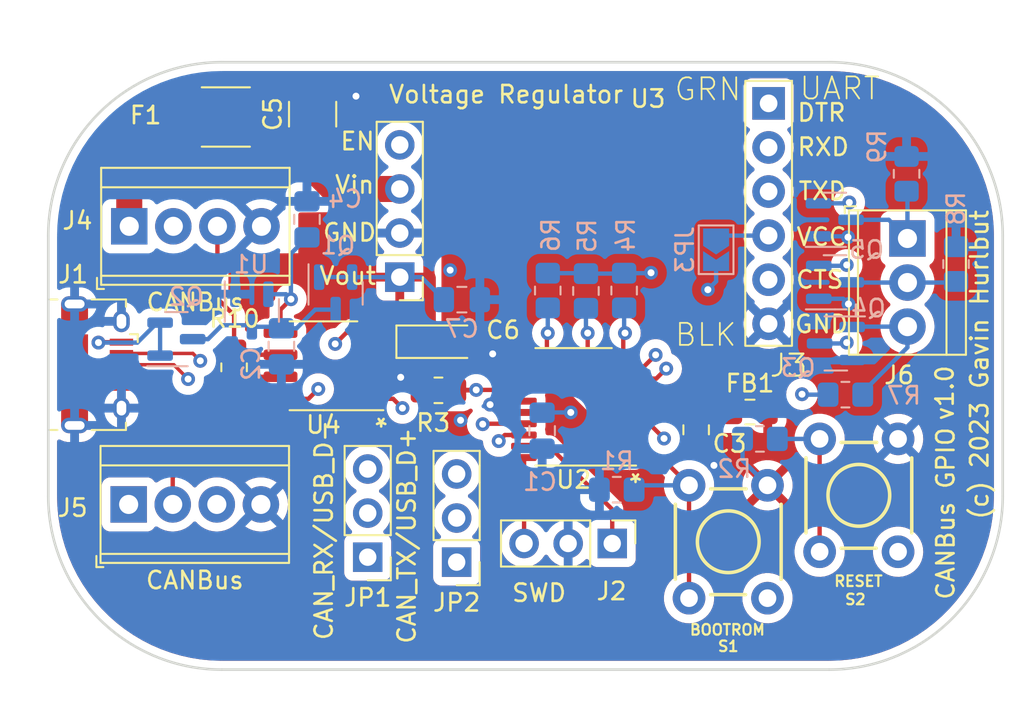
<source format=kicad_pcb>
(kicad_pcb (version 20211014) (generator pcbnew)
  (title_block (title "CANBus GPIO Sensor") (date "2023-02-28") (rev "1.0") (company "Gavin Hurlbut"))
  (layers (0 "F.Cu" signal) (1 "In1.Cu" signal) (2 "In2.Cu" signal) (31 "B.Cu" signal) (34 "B.Paste" user) (35 "F.Paste" user) (36 "B.SilkS" user "B.Silkscreen") (37 "F.SilkS" user "F.Silkscreen") (38 "B.Mask" user) (39 "F.Mask" user) (44 "Edge.Cuts" user))
  (net 0 "")
  (net 1 "GND")
  (net 2 "+3V3")
  (net 3 "+5VP")
  (net 4 "+12V")
  (net 5 "+5V")
  (net 6 "+BATT")
  (net 7 "VBUS")
  (net 8 "USB_D-")
  (net 9 "USB_D+")
  (net 12 "CANH")
  (net 13 "CANL")
  (net 14 "CAN_RX")
  (net 15 "Net-(JP1-Pad2)")
  (net 16 "CAN_TX")
  (net 17 "Net-(JP2-Pad2)")
  (net 18 "Net-(R1-Pad1)")
  (net 19 "START_RUN")
  (net 20 "CAN_STBY")
  (net 21 "SDA1")
  (net 22 "SCL1")
  (net 23 "TXD2")
  (net 24 "RXD2")
  (net 25 "IGNITION_SENSE")
  (net 26 "~{EMERGENCY_STOP}")
  (net 27 "EMERGENCY_STOP_3V")
  (net 28 "IGNITION_SENSE_3V")
  (net 29 "SWDIO")
  (net 30 "SWDCLK")
  (net 31 "~{RESET}")
  (net 32 "Net-(J3-Pad4)")
  (net 33 "START_RUN_3V")
  (net 36 "/VDDA")
  (footprint "Connector_PinHeader_2.54mm:PinHeader_1x03_P2.54mm_Vertical" (layer "F.Cu") (at 73.4 97.14 180)
    (fp_text reference "JP1" (at 0 -2.33) (layer "F.SilkS"))
    (fp_text value "CAN_RX/USB_D-" (at 2.525 1.565 90) (layer "F.SilkS"))
    (pad "1" thru_hole rect (at 0 0 180) (size 1.7 1.7) (drill 1) (layers *.Cu *.Mask) (net 14 "CAN_RX"))
    (pad "2" thru_hole oval (at 0 2.54 180) (size 1.7 1.7) (drill 1) (layers *.Cu *.Mask) (net 15 "Net-(JP1-Pad2)"))
    (pad "3" thru_hole oval (at 0 5.08 180) (size 1.7 1.7) (drill 1) (layers *.Cu *.Mask) (net 8 "USB_D-"))
  )
  (footprint "TerminalBlock_TE-Connectivity:TerminalBlock_TE_282834-4_1x04_P2.54mm_Horizontal" (layer "F.Cu") (at 59.625 94.1)
    (fp_text reference "J5" (at -3.225 0.2) (layer "F.SilkS"))
    (fp_text value "CANBus" (at 3.81 4.37) (layer "F.SilkS"))
    (pad "1" thru_hole rect (at 0 0) (size 2.1 2.1) (drill 1.1) (layers *.Cu *.Mask) (net 6 "+BATT"))
    (pad "2" thru_hole circle (at 2.54 0) (size 2.1 2.1) (drill 1.1) (layers *.Cu *.Mask) (net 12 "CANH"))
    (pad "3" thru_hole circle (at 5.08 0) (size 2.1 2.1) (drill 1.1) (layers *.Cu *.Mask) (net 13 "CANL"))
    (pad "4" thru_hole circle (at 7.62 0) (size 2.1 2.1) (drill 1.1) (layers *.Cu *.Mask) (net 1 "GND"))
  )
  (footprint "Connector_PinHeader_2.54mm:PinHeader_1x03_P2.54mm_Vertical" (layer "F.Cu") (at 87.49 96.35 -90)
    (fp_text reference "J2" (at 2.75 0.04 180) (layer "F.SilkS"))
    (fp_text value "SWD" (at 2.85 4.215 180) (layer "F.SilkS"))
    (pad "1" thru_hole rect (at 0 0 270) (size 1.7 1.7) (drill 1) (layers *.Cu *.Mask) (net 29 "SWDIO"))
    (pad "2" thru_hole oval (at 0 2.54 270) (size 1.7 1.7) (drill 1) (layers *.Cu *.Mask) (net 1 "GND"))
    (pad "3" thru_hole oval (at 0 5.08 270) (size 1.7 1.7) (drill 1) (layers *.Cu *.Mask) (net 30 "SWDCLK"))
  )
  (footprint "Resistor_SMD:R_0805_2012Metric_Pad1.20x1.40mm_HandSolder" (layer "F.Cu") (at 65.7 86.2 90)
    (fp_text reference "R10" (at 2.8 0.025 180) (layer "F.SilkS"))
    (fp_text value "120R")
    (pad "1" smd roundrect (at -1 0 90) (size 1.2 1.4) (layers "F.Cu" "F.Paste" "F.Mask") (roundrect_rratio 0.2083333333) (net 12 "CANH"))
    (pad "2" smd roundrect (at 1 0 90) (size 1.2 1.4) (layers "F.Cu" "F.Paste" "F.Mask") (roundrect_rratio 0.2083333333) (net 13 "CANL"))
  )
  (footprint "Capacitor_SMD:C_0805_2012Metric_Pad1.18x1.45mm_HandSolder" (layer "F.Cu") (at 92.325 89.8 -90)
    (fp_text reference "C3" (at 0.8 -1.925 180) (layer "F.SilkS"))
    (fp_text value "100nF")
    (pad "1" smd roundrect (at -1.0375 0 270) (size 1.175 1.45) (layers "F.Cu" "F.Paste" "F.Mask") (roundrect_rratio 0.2127659574) (net 36 "/VDDA"))
    (pad "2" smd roundrect (at 1.0375 0 270) (size 1.175 1.45) (layers "F.Cu" "F.Paste" "F.Mask") (roundrect_rratio 0.2127659574) (net 1 "GND"))
  )
  (footprint "SparkFun-Switches:TACTILE_SWITCH_PTH_6.0MM" (layer "F.Cu") (at 94.175 96.25 -90)
    (fp_text reference "S1" (at 6.025 0 180) (layer "F.SilkS") (effects (font (size 0.6096 0.6096) (thickness 0.127))))
    (fp_text value "BOOTROM" (at 5.075 0.05 180) (layer "F.SilkS") (effects (font (size 0.6096 0.6096) (thickness 0.127))))
    (pad "1" thru_hole circle locked (at -3.2512 -2.2606 270) (size 1.8796 1.8796) (drill 1.016) (layers *.Cu *.Mask) (net 2 "+3V3"))
    (pad "2" thru_hole circle locked (at 3.2512 -2.2606 270) (size 1.8796 1.8796) (drill 1.016) (layers *.Cu *.Mask))
    (pad "3" thru_hole circle locked (at -3.2512 2.2606 270) (size 1.8796 1.8796) (drill 1.016) (layers *.Cu *.Mask) (net 18 "Net-(R1-Pad1)"))
    (pad "4" thru_hole circle locked (at 3.2512 2.2606 270) (size 1.8796 1.8796) (drill 1.016) (layers *.Cu *.Mask))
  )
  (footprint "Resistor_SMD:R_0805_2012Metric_Pad1.20x1.40mm_HandSolder" (layer "F.Cu") (at 77.475 87.525)
    (fp_text reference "R3" (at -0.3 1.875 180) (layer "F.SilkS"))
    (fp_text value "100k")
    (pad "1" smd roundrect (at -1 0) (size 1.2 1.4) (layers "F.Cu" "F.Paste" "F.Mask") (roundrect_rratio 0.2083333333) (net 2 "+3V3"))
    (pad "2" smd roundrect (at 1 0) (size 1.2 1.4) (layers "F.Cu" "F.Paste" "F.Mask") (roundrect_rratio 0.2083333333) (net 20 "CAN_STBY"))
  )
  (footprint "Beirdo:FTDI-TARGET" (layer "F.Cu") (at 96.5 70.99 -90)
    (fp_text reference "J3" (at 15.11 -1.15) (layer "F.SilkS") (effects (font (size 1.27 1.27) (thickness 0.127))))
    (fp_text value "UART" (at -0.865 -4.1 180) (layer "F.SilkS") (effects (font (size 1.27 1.27) (thickness 0.1016))))
    (fp_text user "BLK" (at 13.335 3.625) (layer "F.SilkS") (effects (font (size 1.27 1.27) (thickness 0.1016))))
    (fp_text user "VCC" (at 7.6962 -3.048) (layer "F.SilkS"))
    (fp_text user "GND" (at 12.7254 -3.048) (layer "F.SilkS"))
    (fp_text user "DTR" (at 0.535 -3.05) (layer "F.SilkS"))
    (fp_text user "TXD" (at 5.0546 -3.0988) (layer "F.SilkS"))
    (fp_text user "GRN" (at -0.815 3.5) (layer "F.SilkS") (effects (font (size 1.27 1.27) (thickness 0.1016))))
    (fp_text user "RXD" (at 2.5146 -3.1496) (layer "F.SilkS"))
    (fp_text user "CTS" (at 10.16 -2.9464) (layer "F.SilkS"))
    (pad "1" thru_hole rect (at 0 0 270) (size 1.8796 1.8796) (drill 1.016) (layers *.Cu *.Paste *.Mask))
    (pad "2" thru_hole circle (at 2.54 0 270) (size 1.8796 1.8796) (drill 1.016) (layers *.Cu *.Paste *.Mask) (net 24 "RXD2"))
    (pad "3" thru_hole circle (at 5.08 0 270) (size 1.8796 1.8796) (drill 1.016) (layers *.Cu *.Paste *.Mask) (net 23 "TXD2"))
    (pad "4" thru_hole circle (at 7.62 0 270) (size 1.8796 1.8796) (drill 1.016) (layers *.Cu *.Paste *.Mask) (net 32 "Net-(J3-Pad4)"))
    (pad "5" thru_hole circle (at 10.16 0 270) (size 1.8796 1.8796) (drill 1.016) (layers *.Cu *.Paste *.Mask))
    (pad "6" thru_hole circle (at 12.7 0 270) (size 1.8796 1.8796) (drill 1.016) (layers *.Cu *.Paste *.Mask) (net 1 "GND"))
  )
  (footprint "Resistor_SMD:R_1812_4532Metric_Pad1.30x3.40mm_HandSolder" (layer "F.Cu") (at 65.225 71.775)
    (fp_text reference "F1" (at -4.625 -0.1) (layer "F.SilkS"))
    (fp_text value "3A Polyfuse")
    (pad "1" smd roundrect (at -2.225 0) (size 1.3 3.4) (layers "F.Cu" "F.Paste" "F.Mask") (roundrect_rratio 0.1923076923) (net 6 "+BATT"))
    (pad "2" smd roundrect (at 2.225 0) (size 1.3 3.4) (layers "F.Cu" "F.Paste" "F.Mask") (roundrect_rratio 0.1923076923) (net 4 "+12V"))
  )
  (footprint "Capacitor_Tantalum_SMD:CP_EIA-3216-10_Kemet-I_Pad1.58x1.35mm_HandSolder" (layer "F.Cu") (at 77.5375 84.725)
    (fp_text reference "C6" (at 3.6625 -0.675) (layer "F.SilkS"))
    (fp_text value "100uF Ta 6V")
    (pad "1" smd roundrect (at -1.4375 0) (size 1.575 1.35) (layers "F.Cu" "F.Paste" "F.Mask") (roundrect_rratio 0.1851851852) (net 5 "+5V"))
    (pad "2" smd roundrect (at 1.4375 0) (size 1.575 1.35) (layers "F.Cu" "F.Paste" "F.Mask") (roundrect_rratio 0.1851851852) (net 1 "GND"))
  )
  (footprint "TerminalBlock_TE-Connectivity:TerminalBlock_TE_282834-3_1x03_P2.54mm_Horizontal" (layer "F.Cu") (at 104.5 78.775 -90)
    (fp_text reference "J6" (at 7.875 0.475 180) (layer "F.SilkS"))
    (fp_text value "GPIO")
    (pad "1" thru_hole rect (at 0 0 270) (size 2.1 2.1) (drill 1.1) (layers *.Cu *.Mask) (net 19 "START_RUN"))
    (pad "2" thru_hole circle (at 2.54 0 270) (size 2.1 2.1) (drill 1.1) (layers *.Cu *.Mask) (net 25 "IGNITION_SENSE"))
    (pad "3" thru_hole circle (at 5.08 0 270) (size 2.1 2.1) (drill 1.1) (layers *.Cu *.Mask) (net 26 "~{EMERGENCY_STOP}"))
  )
  (footprint "TerminalBlock_TE-Connectivity:TerminalBlock_TE_282834-4_1x04_P2.54mm_Horizontal" (layer "F.Cu") (at 59.66 78.075)
    (fp_text reference "J4" (at -2.985 -0.325) (layer "F.SilkS"))
    (fp_text value "CANBus" (at 3.81 4.37) (layer "F.SilkS"))
    (pad "1" thru_hole rect (at 0 0) (size 2.1 2.1) (drill 1.1) (layers *.Cu *.Mask) (net 6 "+BATT"))
    (pad "2" thru_hole circle (at 2.54 0) (size 2.1 2.1) (drill 1.1) (layers *.Cu *.Mask) (net 12 "CANH"))
    (pad "3" thru_hole circle (at 5.08 0) (size 2.1 2.1) (drill 1.1) (layers *.Cu *.Mask) (net 13 "CANL"))
    (pad "4" thru_hole circle (at 7.62 0) (size 2.1 2.1) (drill 1.1) (layers *.Cu *.Mask) (net 1 "GND"))
  )
  (footprint "Capacitor_SMD:C_1210_3225Metric_Pad1.33x2.70mm_HandSolder" (layer "F.Cu") (at 70.225 71.6125 90)
    (fp_text reference "C5" (at 0 -2.3 90) (layer "F.SilkS"))
    (fp_text value "10uF 100V")
    (pad "1" smd roundrect (at -1.5625 0 90) (size 1.325 2.7) (layers "F.Cu" "F.Paste" "F.Mask") (roundrect_rratio 0.1886792453) (net 4 "+12V"))
    (pad "2" smd roundrect (at 1.5625 0 90) (size 1.325 2.7) (layers "F.Cu" "F.Paste" "F.Mask") (roundrect_rratio 0.1886792453) (net 1 "GND"))
  )
  (footprint "Package_SO:TSSOP-20_4.4x6.5mm_P0.65mm" (layer "F.Cu") (at 85.2625 88.475 180)
    (fp_text reference "U2" (at 0 -4.2) (layer "F.SilkS"))
    (fp_text value "STM32F042F6Px")
    (fp_text user "*" (at -3.57 -3.785 180 unlocked) (layer "F.SilkS"))
    (pad "1" smd roundrect (at -2.8625 -2.925 180) (size 1.475 0.4) (layers "F.Cu" "F.Paste" "F.Mask") (net 18 "Net-(R1-Pad1)"))
    (pad "2" smd roundrect (at -2.8625 -2.275 180) (size 1.475 0.4) (layers "F.Cu" "F.Paste" "F.Mask") (net 21 "SDA1"))
    (pad "3" smd roundrect (at -2.8625 -1.625 180) (size 1.475 0.4) (layers "F.Cu" "F.Paste" "F.Mask") (net 22 "SCL1"))
    (pad "4" smd roundrect (at -2.8625 -0.975 180) (size 1.475 0.4) (layers "F.Cu" "F.Paste" "F.Mask") (net 31 "~{RESET}"))
    (pad "5" smd roundrect (at -2.8625 -0.325 180) (size 1.475 0.4) (layers "F.Cu" "F.Paste" "F.Mask") (net 36 "/VDDA"))
    (pad "6" smd roundrect (at -2.8625 0.325 180) (size 1.475 0.4) (layers "F.Cu" "F.Paste" "F.Mask") (net 33 "START_RUN_3V"))
    (pad "7" smd roundrect (at -2.8625 0.975 180) (size 1.475 0.4) (layers "F.Cu" "F.Paste" "F.Mask") (net 28 "IGNITION_SENSE_3V"))
    (pad "8" smd roundrect (at -2.8625 1.625 180) (size 1.475 0.4) (layers "F.Cu" "F.Paste" "F.Mask") (net 23 "TXD2"))
    (pad "9" smd roundrect (at -2.8625 2.275 180) (size 1.475 0.4) (layers "F.Cu" "F.Paste" "F.Mask") (net 24 "RXD2"))
    (pad "10" smd roundrect (at -2.8625 2.925 180) (size 1.475 0.4) (layers "F.Cu" "F.Paste" "F.Mask") (net 27 "EMERGENCY_STOP_3V"))
    (pad "11" smd roundrect (at 2.8625 2.925 180) (size 1.475 0.4) (layers "F.Cu" "F.Paste" "F.Mask"))
    (pad "12" smd roundrect (at 2.8625 2.275 180) (size 1.475 0.4) (layers "F.Cu" "F.Paste" "F.Mask"))
    (pad "13" smd roundrect (at 2.8625 1.625 180) (size 1.475 0.4) (layers "F.Cu" "F.Paste" "F.Mask"))
    (pad "14" smd roundrect (at 2.8625 0.975 180) (size 1.475 0.4) (layers "F.Cu" "F.Paste" "F.Mask") (net 20 "CAN_STBY"))
    (pad "15" smd roundrect (at 2.8625 0.325 180) (size 1.475 0.4) (layers "F.Cu" "F.Paste" "F.Mask") (net 1 "GND"))
    (pad "16" smd roundrect (at 2.8625 -0.325 180) (size 1.475 0.4) (layers "F.Cu" "F.Paste" "F.Mask") (net 2 "+3V3"))
    (pad "17" smd roundrect (at 2.8625 -0.975 180) (size 1.475 0.4) (layers "F.Cu" "F.Paste" "F.Mask") (net 15 "Net-(JP1-Pad2)"))
    (pad "18" smd roundrect (at 2.8625 -1.625 180) (size 1.475 0.4) (layers "F.Cu" "F.Paste" "F.Mask") (net 17 "Net-(JP2-Pad2)"))
    (pad "19" smd roundrect (at 2.8625 -2.275 180) (size 1.475 0.4) (layers "F.Cu" "F.Paste" "F.Mask") (net 29 "SWDIO"))
    (pad "20" smd roundrect (at 2.8625 -2.925 180) (size 1.475 0.4) (layers "F.Cu" "F.Paste" "F.Mask") (net 30 "SWDCLK"))
  )
  (footprint "Beirdo:Switching_Regulator_Module" (layer "F.Cu") (at 75.275 81.1 180)
    (fp_text reference "U3" (at -14.275 10.375 unlocked) (layer "F.SilkS"))
    (fp_text value "Voltage Regulator" (at -6.1 10.625 180) (layer "F.SilkS"))
    (fp_text user "EN" (at 2.4638 7.9248 180) (layer "F.SilkS"))
    (fp_text user "GND" (at 2.921 2.667 180) (layer "F.SilkS"))
    (fp_text user "Vin" (at 2.6277 5.4224 180) (layer "F.SilkS"))
    (fp_text user "Vout" (at 3.0277 0.1724 180) (layer "F.SilkS"))
    (pad "1" thru_hole rect (at 0.0277 0.0974 180) (size 1.7 1.7) (drill 1) (layers *.Cu *.Mask) (net 5 "+5V"))
    (pad "2" thru_hole oval (at 0.0277 2.6374 180) (size 1.7 1.7) (drill 1) (layers *.Cu *.Mask) (net 1 "GND"))
    (pad "3" thru_hole oval (at 0.0277 5.1774 180) (size 1.7 1.7) (drill 1) (layers *.Cu *.Mask) (net 4 "+12V"))
    (pad "4" thru_hole oval (at 0.0277 7.7174 180) (size 1.7 1.7) (drill 1) (layers *.Cu *.Mask))
  )
  (footprint "SparkFun-Switches:TACTILE_SWITCH_PTH_6.0MM" (layer "F.Cu") (at 101.7 93.575 -90)
    (fp_text reference "S2" (at 6 0.2 180) (layer "F.SilkS") (effects (font (size 0.6096 0.6096) (thickness 0.127))))
    (fp_text value "RESET" (at 4.95 0.025 180) (layer "F.SilkS") (effects (font (size 0.6096 0.6096) (thickness 0.127))))
    (pad "1" thru_hole circle locked (at -3.2512 -2.2606 270) (size 1.8796 1.8796) (drill 1.016) (layers *.Cu *.Mask) (net 1 "GND"))
    (pad "2" thru_hole circle locked (at 3.2512 -2.2606 270) (size 1.8796 1.8796) (drill 1.016) (layers *.Cu *.Mask))
    (pad "3" thru_hole circle locked (at -3.2512 2.2606 270) (size 1.8796 1.8796) (drill 1.016) (layers *.Cu *.Mask) (net 31 "~{RESET}"))
    (pad "4" thru_hole circle locked (at 3.2512 2.2606 270) (size 1.8796 1.8796) (drill 1.016) (layers *.Cu *.Mask))
  )
  (footprint "Connector_USB:USB_Micro-B_Amphenol_10118194_Horizontal" (layer "F.Cu") (at 57.81 86.05 -90)
    (fp_text reference "J1" (at -5.2 1.385 180) (layer "F.SilkS"))
    (fp_text value "USB_B_Micro")
    (pad "1" smd rect (at -1.3 -1.4 270) (size 0.4 1.35) (layers "F.Cu" "F.Paste" "F.Mask") (net 7 "VBUS"))
    (pad "2" smd rect (at -0.65 -1.4 270) (size 0.4 1.35) (layers "F.Cu" "F.Paste" "F.Mask") (net 8 "USB_D-"))
    (pad "3" smd rect (at 0 -1.4 270) (size 0.4 1.35) (layers "F.Cu" "F.Paste" "F.Mask") (net 9 "USB_D+"))
    (pad "4" smd rect (at 0.65 -1.4 270) (size 0.4 1.35) (layers "F.Cu" "F.Paste" "F.Mask"))
    (pad "5" smd rect (at 1.3 -1.4 270) (size 0.4 1.35) (layers "F.Cu" "F.Paste" "F.Mask") (net 1 "GND"))
    (pad "6" smd rect (at 1 1.3 270) (size 1.5 1.55) (layers "F.Cu" "F.Paste" "F.Mask") (net 1 "GND"))
    (pad "6" smd rect (at -1 1.3 270) (size 1.5 1.55) (layers "F.Cu" "F.Paste" "F.Mask") (net 1 "GND"))
    (pad "6" smd rect (at 2.9 1.3 270) (size 1.2 1.55) (layers "F.Cu" "F.Paste" "F.Mask") (net 1 "GND"))
    (pad "6" thru_hole oval (at -2.5 -1.4 270) (size 1.25 0.95) (drill oval 0.85 0.55) (layers *.Cu *.Mask) (net 1 "GND"))
    (pad "6" thru_hole oval (at -3.5 1.3 270) (size 0.89 1.55) (drill oval 0.5 1.15) (layers *.Cu *.Mask) (net 1 "GND"))
    (pad "6" thru_hole oval (at 3.5 1.3 270) (size 0.89 1.55) (drill oval 0.5 1.15) (layers *.Cu *.Mask) (net 1 "GND"))
    (pad "6" smd rect (at -2.9 1.3 270) (size 1.2 1.55) (layers "F.Cu" "F.Paste" "F.Mask") (net 1 "GND"))
    (pad "6" thru_hole oval (at 2.5 -1.4 270) (size 1.25 0.95) (drill oval 0.85 0.55) (layers *.Cu *.Mask) (net 1 "GND"))
  )
  (footprint "Beirdo:Altoid-Board-Outline" (layer "F.Cu") (at 55.05 68.6)
    (fp_text reference "BOARD" hide)
    (fp_text value "Altoid-Board-Outline")
    (fp_line (start 9.941268 0.017468) (end 44.941268 0.017468) (layer "Edge.Cuts") (width 0.15))
    (fp_line (start 54.941268 10.017468) (end 54.941268 25.017468) (layer "Edge.Cuts") (width 0.15))
    (fp_line (start -0.058732 10.017468) (end -0.058732 25.017468) (layer "Edge.Cuts") (width 0.15))
    (fp_line (start 9.941268 35.017468) (end 44.941268 35.017468) (layer "Edge.Cuts") (width 0.15))
    (fp_arc (start 54.941268 25.017468) (mid 52.012336 32.088536) (end 44.941268 35.017468) (layer "Edge.Cuts") (width 0.15))
    (fp_arc (start 9.941268 35.017468) (mid 2.8702 32.088536) (end -0.058732 25.017468) (layer "Edge.Cuts") (width 0.15))
    (fp_arc (start 44.941268 0.017468) (mid 52.012334 2.9464) (end 54.941268 10.017468) (layer "Edge.Cuts") (width 0.15))
    (fp_arc (start -0.058732 10.017468) (mid 2.8702 2.9464) (end 9.941268 0.017468) (layer "Edge.Cuts") (width 0.15))
  )
  (footprint "Connector_PinHeader_2.54mm:PinHeader_1x03_P2.54mm_Vertical" (layer "F.Cu") (at 78.525 97.425 180)
    (fp_text reference "JP2" (at 0 -2.33) (layer "F.SilkS"))
    (fp_text value "CAN_TX/USB_D+" (at 2.875 1.525 90) (layer "F.SilkS"))
    (pad "1" thru_hole rect (at 0 0 180) (size 1.7 1.7) (drill 1) (layers *.Cu *.Mask) (net 16 "CAN_TX"))
    (pad "2" thru_hole oval (at 0 2.54 180) (size 1.7 1.7) (drill 1) (layers *.Cu *.Mask) (net 17 "Net-(JP2-Pad2)"))
    (pad "3" thru_hole oval (at 0 5.08 180) (size 1.7 1.7) (drill 1) (layers *.Cu *.Mask) (net 9 "USB_D+"))
  )
  (footprint "Inductor_SMD:L_0805_2012Metric_Pad1.15x1.40mm_HandSolder" (layer "F.Cu") (at 95.425 88.775)
    (fp_text reference "FB1" (at 0 -1.65) (layer "F.SilkS"))
    (fp_text value "Ferrite")
    (pad "1" smd roundrect (at -1.025 0) (size 1.15 1.4) (layers "F.Cu" "F.Paste" "F.Mask") (roundrect_rratio 0.2173913043) (net 36 "/VDDA"))
    (pad "2" smd roundrect (at 1.025 0) (size 1.15 1.4) (layers "F.Cu" "F.Paste" "F.Mask") (roundrect_rratio 0.2173913043) (net 2 "+3V3"))
  )
  (footprint "Package_SO:SOIC-8_3.9x4.9mm_P1.27mm" (layer "F.Cu") (at 70.85 86.11 180)
    (fp_text reference "U4" (at 0 -3.4) (layer "F.SilkS"))
    (fp_text value "MCP2562HD")
    (fp_text user "*" (at -3.325 -2.95 180 unlocked) (layer "F.SilkS"))
    (pad "1" smd roundrect (at -2.475 -1.905 180) (size 1.95 0.6) (layers "F.Cu" "F.Paste" "F.Mask") (net 16 "CAN_TX"))
    (pad "2" smd roundrect (at -2.475 -0.635 180) (size 1.95 0.6) (layers "F.Cu" "F.Paste" "F.Mask") (net 1 "GND"))
    (pad "3" smd roundrect (at -2.475 0.635 180) (size 1.95 0.6) (layers "F.Cu" "F.Paste" "F.Mask") (net 5 "+5V"))
    (pad "4" smd roundrect (at -2.475 1.905 180) (size 1.95 0.6) (layers "F.Cu" "F.Paste" "F.Mask") (net 14 "CAN_RX"))
    (pad "5" smd roundrect (at 2.475 1.905 180) (size 1.95 0.6) (layers "F.Cu" "F.Paste" "F.Mask") (net 2 "+3V3"))
    (pad "6" smd roundrect (at 2.475 0.635 180) (size 1.95 0.6) (layers "F.Cu" "F.Paste" "F.Mask") (net 13 "CANL"))
    (pad "7" smd roundrect (at 2.475 -0.635 180) (size 1.95 0.6) (layers "F.Cu" "F.Paste" "F.Mask") (net 12 "CANH"))
    (pad "8" smd roundrect (at 2.475 -1.905 180) (size 1.95 0.6) (layers "F.Cu" "F.Paste" "F.Mask") (net 20 "CAN_STBY"))
  )
  (footprint "Capacitor_SMD:C_0805_2012Metric_Pad1.18x1.45mm_HandSolder" (layer "B.Cu") (at 78.825 82.3)
    (fp_text reference "C7" (at 0 1.68) (layer "B.SilkS") (effects (justify mirror)))
    (fp_text value "10uF")
    (pad "1" smd roundrect (at -1.0375 0) (size 1.175 1.45) (layers "B.Cu" "B.Paste" "B.Mask") (roundrect_rratio 0.2127659574) (net 5 "+5V"))
    (pad "2" smd roundrect (at 1.0375 0) (size 1.175 1.45) (layers "B.Cu" "B.Paste" "B.Mask") (roundrect_rratio 0.2127659574) (net 1 "GND"))
  )
  (footprint "Package_TO_SOT_SMD:SOT-23" (layer "B.Cu") (at 66.725 82.925 -90)
    (fp_text reference "U1" (at -2.65 0.05 180) (layer "B.SilkS") (effects (justify mirror)))
    (fp_text value "MCP1754S-3302xCB")
    (pad "1" smd roundrect (at -0.9375 0.95 270) (size 1.475 0.6) (layers "B.Cu" "B.Paste" "B.Mask") (net 1 "GND"))
    (pad "2" smd roundrect (at -0.9375 -0.95 270) (size 1.475 0.6) (layers "B.Cu" "B.Paste" "B.Mask") (net 2 "+3V3"))
    (pad "3" smd roundrect (at 0.9375 0 270) (size 1.475 0.6) (layers "B.Cu" "B.Paste" "B.Mask") (net 3 "+5VP"))
  )
  (footprint "Resistor_SMD:R_0805_2012Metric_Pad1.20x1.40mm_HandSolder" (layer "B.Cu") (at 87.75 93.25 180)
    (fp_text reference "R1" (at 0 1.65) (layer "B.SilkS") (effects (justify mirror)))
    (fp_text value "10k")
    (pad "1" smd roundrect (at -1 0 180) (size 1.2 1.4) (layers "B.Cu" "B.Paste" "B.Mask") (roundrect_rratio 0.2083333333) (net 18 "Net-(R1-Pad1)"))
    (pad "2" smd roundrect (at 1 0 180) (size 1.2 1.4) (layers "B.Cu" "B.Paste" "B.Mask") (roundrect_rratio 0.2083333333) (net 1 "GND"))
  )
  (footprint "Capacitor_SMD:C_0805_2012Metric_Pad1.18x1.45mm_HandSolder" (layer "B.Cu") (at 83.45 89.85 90)
    (fp_text reference "C1" (at -2.95 -0.125 180) (layer "B.SilkS") (effects (justify mirror)))
    (fp_text value "100nF")
    (pad "1" smd roundrect (at -1.0375 0 90) (size 1.175 1.45) (layers "B.Cu" "B.Paste" "B.Mask") (roundrect_rratio 0.2127659574) (net 1 "GND"))
    (pad "2" smd roundrect (at 1.0375 0 90) (size 1.175 1.45) (layers "B.Cu" "B.Paste" "B.Mask") (roundrect_rratio 0.2127659574) (net 2 "+3V3"))
  )
  (footprint "Package_TO_SOT_SMD:SOT-23" (layer "B.Cu") (at 100.325 81.3)
    (fp_text reference "Q4" (at 1.925 1.5) (layer "B.SilkS") (effects (justify mirror)))
    (fp_text value "2N7002")
    (pad "1" smd roundrect (at -0.9375 0.95) (size 1.475 0.6) (layers "B.Cu" "B.Paste" "B.Mask") (net 2 "+3V3"))
    (pad "2" smd roundrect (at -0.9375 -0.95) (size 1.475 0.6) (layers "B.Cu" "B.Paste" "B.Mask") (net 28 "IGNITION_SENSE_3V"))
    (pad "3" smd roundrect (at 0.9375 0) (size 1.475 0.6) (layers "B.Cu" "B.Paste" "B.Mask") (net 25 "IGNITION_SENSE"))
  )
  (footprint "Capacitor_SMD:C_0805_2012Metric_Pad1.18x1.45mm_HandSolder" (layer "B.Cu") (at 69.9 77.675 90)
    (fp_text reference "C4" (at 1.175 2.2 180) (layer "B.SilkS") (effects (justify mirror)))
    (fp_text value "1uF")
    (pad "1" smd roundrect (at -1.0375 0 90) (size 1.175 1.45) (layers "B.Cu" "B.Paste" "B.Mask") (roundrect_rratio 0.2127659574) (net 2 "+3V3"))
    (pad "2" smd roundrect (at 1.0375 0 90) (size 1.175 1.45) (layers "B.Cu" "B.Paste" "B.Mask") (roundrect_rratio 0.2127659574) (net 1 "GND"))
  )
  (footprint "Resistor_SMD:R_0805_2012Metric_Pad1.20x1.40mm_HandSolder" (layer "B.Cu") (at 104.45 75.05 -90)
    (fp_text reference "R9" (at -1.575 1.7 90) (layer "B.SilkS") (effects (justify mirror)))
    (fp_text value "10k")
    (pad "1" smd roundrect (at -1 0 270) (size 1.2 1.4) (layers "B.Cu" "B.Paste" "B.Mask") (roundrect_rratio 0.2083333333) (net 1 "GND"))
    (pad "2" smd roundrect (at 1 0 270) (size 1.2 1.4) (layers "B.Cu" "B.Paste" "B.Mask") (roundrect_rratio 0.2083333333) (net 19 "START_RUN"))
  )
  (footprint "Resistor_SMD:R_0805_2012Metric_Pad1.20x1.40mm_HandSolder" (layer "B.Cu") (at 85.975 81.8 90)
    (fp_text reference "R5" (at 3.175 0.075 90) (layer "B.SilkS") (effects (justify mirror)))
    (fp_text value "10k")
    (pad "1" smd roundrect (at -1 0 90) (size 1.2 1.4) (layers "B.Cu" "B.Paste" "B.Mask") (roundrect_rratio 0.2083333333) (net 28 "IGNITION_SENSE_3V"))
    (pad "2" smd roundrect (at 1 0 90) (size 1.2 1.4) (layers "B.Cu" "B.Paste" "B.Mask") (roundrect_rratio 0.2083333333) (net 2 "+3V3"))
  )
  (footprint "Resistor_SMD:R_0805_2012Metric_Pad1.20x1.40mm_HandSolder" (layer "B.Cu") (at 107.3 80.25 -90)
    (fp_text reference "R8" (at -3.2 0 90) (layer "B.SilkS") (effects (justify mirror)))
    (fp_text value "10k")
    (pad "1" smd roundrect (at -1 0 270) (size 1.2 1.4) (layers "B.Cu" "B.Paste" "B.Mask") (roundrect_rratio 0.2083333333) (net 1 "GND"))
    (pad "2" smd roundrect (at 1 0 270) (size 1.2 1.4) (layers "B.Cu" "B.Paste" "B.Mask") (roundrect_rratio 0.2083333333) (net 25 "IGNITION_SENSE"))
  )
  (footprint "Capacitor_SMD:C_0805_2012Metric_Pad1.18x1.45mm_HandSolder" (layer "B.Cu") (at 68.425 84.9875 -90)
    (fp_text reference "C2" (at 1.0125 1.75 90) (layer "B.SilkS") (effects (justify mirror)))
    (fp_text value "1uF")
    (pad "1" smd roundrect (at -1.0375 0 270) (size 1.175 1.45) (layers "B.Cu" "B.Paste" "B.Mask") (roundrect_rratio 0.2127659574) (net 3 "+5VP"))
    (pad "2" smd roundrect (at 1.0375 0 270) (size 1.175 1.45) (layers "B.Cu" "B.Paste" "B.Mask") (roundrect_rratio 0.2127659574) (net 1 "GND"))
  )
  (footprint "Package_TO_SOT_SMD:SOT-23" (layer "B.Cu") (at 62.375 84.575)
    (fp_text reference "Q2" (at 0.575 -2.45) (layer "B.SilkS") (effects (justify mirror)))
    (fp_text value "2N7002")
    (pad "1" smd roundrect (at -0.9375 0.95) (size 1.475 0.6) (layers "B.Cu" "B.Paste" "B.Mask") (net 7 "VBUS"))
    (pad "2" smd roundrect (at -0.9375 -0.95) (size 1.475 0.6) (layers "B.Cu" "B.Paste" "B.Mask") (net 7 "VBUS"))
    (pad "3" smd roundrect (at 0.9375 0) (size 1.475 0.6) (layers "B.Cu" "B.Paste" "B.Mask") (net 3 "+5VP"))
  )
  (footprint "Resistor_SMD:R_0805_2012Metric_Pad1.20x1.40mm_HandSolder" (layer "B.Cu") (at 88.175 81.775 90)
    (fp_text reference "R4" (at 3.2 0.1 90) (layer "B.SilkS") (effects (justify mirror)))
    (fp_text value "10k")
    (pad "1" smd roundrect (at -1 0 90) (size 1.2 1.4) (layers "B.Cu" "B.Paste" "B.Mask") (roundrect_rratio 0.2083333333) (net 27 "EMERGENCY_STOP_3V"))
    (pad "2" smd roundrect (at 1 0 90) (size 1.2 1.4) (layers "B.Cu" "B.Paste" "B.Mask") (roundrect_rratio 0.2083333333) (net 2 "+3V3"))
  )
  (footprint "Package_TO_SOT_SMD:SOT-23" (layer "B.Cu") (at 100.3125 77.7)
    (fp_text reference "Q5" (at 1.8375 1.725) (layer "B.SilkS") (effects (justify mirror)))
    (fp_text value "2N7002")
    (pad "1" smd roundrect (at -0.9375 0.95) (size 1.475 0.6) (layers "B.Cu" "B.Paste" "B.Mask") (net 2 "+3V3"))
    (pad "2" smd roundrect (at -0.9375 -0.95) (size 1.475 0.6) (layers "B.Cu" "B.Paste" "B.Mask") (net 33 "START_RUN_3V"))
    (pad "3" smd roundrect (at 0.9375 0) (size 1.475 0.6) (layers "B.Cu" "B.Paste" "B.Mask") (net 19 "START_RUN"))
  )
  (footprint "Package_TO_SOT_SMD:SOT-23" (layer "B.Cu") (at 71.55 81.9375 -90)
    (fp_text reference "Q1" (at -2.7625 -0.125 180) (layer "B.SilkS") (effects (justify mirror)))
    (fp_text value "2N7002")
    (pad "1" smd roundrect (at -0.9375 0.95 270) (size 1.475 0.6) (layers "B.Cu" "B.Paste" "B.Mask") (net 5 "+5V"))
    (pad "2" smd roundrect (at -0.9375 -0.95 270) (size 1.475 0.6) (layers "B.Cu" "B.Paste" "B.Mask") (net 5 "+5V"))
    (pad "3" smd roundrect (at 0.9375 0 270) (size 1.475 0.6) (layers "B.Cu" "B.Paste" "B.Mask") (net 3 "+5VP"))
  )
  (footprint "Resistor_SMD:R_0805_2012Metric_Pad1.20x1.40mm_HandSolder" (layer "B.Cu") (at 83.775 81.775 90)
    (fp_text reference "R6" (at 3.2 0.175 90) (layer "B.SilkS") (effects (justify mirror)))
    (fp_text value "10k")
    (pad "1" smd roundrect (at -1 0 90) (size 1.2 1.4) (layers "B.Cu" "B.Paste" "B.Mask") (roundrect_rratio 0.2083333333) (net 33 "START_RUN_3V"))
    (pad "2" smd roundrect (at 1 0 90) (size 1.2 1.4) (layers "B.Cu" "B.Paste" "B.Mask") (roundrect_rratio 0.2083333333) (net 2 "+3V3"))
  )
  (footprint "Package_TO_SOT_SMD:SOT-23" (layer "B.Cu") (at 100.375 84.825 180)
    (fp_text reference "Q3" (at 2.175 -1.4) (layer "B.SilkS") (effects (justify mirror)))
    (fp_text value "2N7002")
    (pad "1" smd roundrect (at -0.9375 0.95 180) (size 1.475 0.6) (layers "B.Cu" "B.Paste" "B.Mask") (net 26 "~{EMERGENCY_STOP}"))
    (pad "2" smd roundrect (at -0.9375 -0.95 180) (size 1.475 0.6) (layers "B.Cu" "B.Paste" "B.Mask") (net 1 "GND"))
    (pad "3" smd roundrect (at 0.9375 0 180) (size 1.475 0.6) (layers "B.Cu" "B.Paste" "B.Mask") (net 27 "EMERGENCY_STOP_3V"))
  )
  (footprint "Jumper:SolderJumper-2_P1.3mm_Open_TrianglePad1.0x1.5mm" (layer "B.Cu") (at 93.475 79.425 -90)
    (fp_text reference "JP3" (at 0 1.8 90) (layer "B.SilkS") (effects (justify mirror)))
    (fp_text value "UART 3.3V")
    (pad "1" smd custom (at -0.725 0 270) (size 0.3 0.3) (layers "B.Cu" "B.Mask") (net 32 "Net-(J3-Pad4)") (options (clearance outline) (anchor rect)) (primitives (gr_poly (pts (xy 1 0) (xy 0.5 -0.75) (xy -0.5 -0.75) (xy -0.5 0.75) (xy 0.5 0.75)) (width 0) (fill yes))))
    (pad "2" smd custom (at 0.725 0 270) (size 0.3 0.3) (layers "B.Cu" "B.Mask") (net 2 "+3V3") (options (clearance outline) (anchor rect)) (primitives (gr_poly (pts (xy 0.5 -0.75) (xy -0.65 -0.75) (xy -0.15 0) (xy -0.65 0.75) (xy 0.5 0.75)) (width 0) (fill yes))))
  )
  (footprint "Resistor_SMD:R_0805_2012Metric_Pad1.20x1.40mm_HandSolder" (layer "B.Cu") (at 96 90.325)
    (fp_text reference "R2" (at -1.475 1.725) (layer "B.SilkS") (effects (justify mirror)))
    (fp_text value "10k")
    (pad "1" smd roundrect (at -1 0) (size 1.2 1.4) (layers "B.Cu" "B.Paste" "B.Mask") (roundrect_rratio 0.2083333333) (net 2 "+3V3"))
    (pad "2" smd roundrect (at 1 0) (size 1.2 1.4) (layers "B.Cu" "B.Paste" "B.Mask") (roundrect_rratio 0.2083333333) (net 31 "~{RESET}"))
  )
  (footprint "Resistor_SMD:R_0805_2012Metric_Pad1.20x1.40mm_HandSolder" (layer "B.Cu") (at 100.925 87.775 180)
    (fp_text reference "R7" (at -3.375 -0.05) (layer "B.SilkS") (effects (justify mirror)))
    (fp_text value "10k")
    (pad "1" smd roundrect (at -1 0 180) (size 1.2 1.4) (layers "B.Cu" "B.Paste" "B.Mask") (roundrect_rratio 0.2083333333) (net 26 "~{EMERGENCY_STOP}"))
    (pad "2" smd roundrect (at 1 0 180) (size 1.2 1.4) (layers "B.Cu" "B.Paste" "B.Mask") (roundrect_rratio 0.2083333333) (net 4 "+12V"))
  )
  (gr_text "CANBus GPIO" (at 106.7 94.625 90) (layer "F.SilkS") (effects (font (size 1 1))))
  (gr_text "v1.0" (at 106.65 87.675 90) (layer "F.SilkS") (effects (font (size 1 1))))
  (gr_text "(c) 2023 Gavin Hurlbut" (at 108.65 86.05 90) (layer "F.SilkS") (effects (font (size 1 1))))
  (segment (start 70.225 70.05) (end 72.2 70.05) (width 1.5) (layer "F.Cu") (net 1))
  (segment (start 75.3 86.775) (end 73.355 86.775) (width 0.25) (layer "F.Cu") (net 1))
  (segment (start 92.3375 90.8375) (end 93.35 91.85) (width 0.25) (layer "F.Cu") (net 1))
  (segment (start 72.2 70.05) (end 72.725 70.575) (width 1.5) (layer "F.Cu") (net 1))
  (segment (start 78.975 84.725) (end 80.175 84.725) (width 0.25) (layer "F.Cu") (net 1))
  (segment (start 80.6 85.15) (end 80.6 85.425) (width 0.25) (layer "F.Cu") (net 1))
  (segment (start 73.355 86.775) (end 73.325 86.745) (width 0.25) (layer "F.Cu") (net 1))
  (segment (start 92.325 90.8375) (end 92.3375 90.8375) (width 0.25) (layer "F.Cu") (net 1))
  (segment (start 80.175 84.725) (end 80.6 85.15) (width 0.25) (layer "F.Cu") (net 1))
  (segment (start 56.51 87.05) (end 56.51 89.55) (width 0.25) (layer "F.Cu") (net 1))
  (segment (start 56.51 85.05) (end 56.51 82.55) (width 0.25) (layer "F.Cu") (net 1))
  (segment (start 59.21 87.35) (end 59.21 88.55) (width 0.25) (layer "F.Cu") (net 1))
  (segment (start 80.65 88.15) (end 80.45 88.35) (width 0.25) (layer "F.Cu") (net 1))
  (segment (start 82.4 88.15) (end 80.65 88.15) (width 0.25) (layer "F.Cu") (net 1))
  (via (at 80.45 88.35) (size 0.8) (drill 0.4) (layers "F.Cu" "B.Cu") (net 1))
  (via (at 72.725 70.575) (size 0.8) (drill 0.4) (layers "F.Cu" "B.Cu") (net 1))
  (via (at 93.35 91.85) (size 0.8) (drill 0.4) (layers "F.Cu" "B.Cu") (net 1))
  (via (at 80.6 85.425) (size 0.8) (drill 0.4) (layers "F.Cu" "B.Cu") (net 1))
  (via (at 75.3 86.775) (size 0.8) (drill 0.4) (layers "F.Cu" "B.Cu") (net 1))
  (segment (start 77.175 89.25) (end 76.475 88.55) (width 0.25) (layer "F.Cu") (net 2))
  (segment (start 68.375 82.875) (end 68.975 82.275) (width 0.25) (layer "F.Cu") (net 2))
  (segment (start 68.375 84.205) (end 68.375 82.875) (width 0.25) (layer "F.Cu") (net 2))
  (segment (start 76.475 88.55) (end 76.475 87.525) (width 0.25) (layer "F.Cu") (net 2))
  (segment locked (start 82.4 88.8) (end 84.7 88.8) (width 0.25) (layer "F.Cu") (net 2))
  (segment (start 84.7 88.8) (end 85.1 88.8) (width 0.25) (layer "F.Cu") (net 2))
  (segment (start 78.75 89.25) (end 77.175 89.25) (width 0.25) (layer "F.Cu") (net 2))
  (via (at 78.15 80.6) (size 0.8) (drill 0.4) (layers "F.Cu" "B.Cu") (net 2))
  (via (at 85.1 88.8) (size 0.8) (drill 0.4) (layers "F.Cu" "B.Cu") (net 2))
  (via (at 92.9995 81.725) (size 0.8) (drill 0.4) (layers "F.Cu" "B.Cu") (net 2))
  (via (at 101.1 82.55) (size 0.8) (drill 0.4) (layers "F.Cu" "B.Cu") (net 2))
  (via (at 78.75 89.25) (size 0.8) (drill 0.4) (layers "F.Cu" "B.Cu") (net 2))
  (via (at 68.975 82.275) (size 0.8) (drill 0.4) (layers "F.Cu" "B.Cu") (net 2))
  (via (at 101.075 78.7) (size 0.8) (drill 0.4) (layers "F.Cu" "B.Cu") (net 2))
  (via (at 89.725 80.75) (size 0.8) (drill 0.4) (layers "F.Cu" "B.Cu") (net 2))
  (segment (start 99.375 78.65) (end 101.025 78.65) (width 0.25) (layer "B.Cu") (net 2))
  (segment (start 83.775 80.775) (end 85.95 80.775) (width 0.25) (layer "B.Cu") (net 2))
  (segment (start 83.4625 88.8) (end 83.45 88.8125) (width 0.25) (layer "B.Cu") (net 2))
  (segment (start 68.6875 81.9875) (end 68.975 82.275) (width 0.25) (layer "B.Cu") (net 2))
  (segment (start 101.025 78.65) (end 101.075 78.7) (width 0.25) (layer "B.Cu") (net 2))
  (segment (start 85.1 88.8) (end 83.4625 88.8) (width 0.25) (layer "B.Cu") (net 2))
  (segment (start 100.8 82.25) (end 101.1 82.55) (width 0.25) (layer "B.Cu") (net 2))
  (segment (start 85.95 80.775) (end 85.975 80.8) (width 0.25) (layer "B.Cu") (net 2))
  (segment (start 67.675 81.9875) (end 68.6875 81.9875) (width 0.25) (layer "B.Cu") (net 2))
  (segment (start 68.975 79.65) (end 68.975 82.275) (width 0.25) (layer "B.Cu") (net 2))
  (segment (start 85.975 80.8) (end 88.15 80.8) (width 0.25) (layer "B.Cu") (net 2))
  (segment (start 69.9 78.725) (end 68.975 79.65) (width 0.25) (layer "B.Cu") (net 2))
  (segment (start 99.3875 82.25) (end 100.8 82.25) (width 0.25) (layer "B.Cu") (net 2))
  (segment (start 95 90.325) (end 95 91.5632) (width 0.25) (layer "B.Cu") (net 2))
  (segment (start 93.475 81.2495) (end 93.475 80.15) (width 0.25) (layer "B.Cu") (net 2))
  (segment (start 95 91.5632) (end 96.4356 92.9988) (width 0.25) (layer "B.Cu") (net 2))
  (segment (start 92.9995 81.725) (end 93.475 81.2495) (width 0.25) (layer "B.Cu") (net 2))
  (segment (start 69.9 78.7125) (end 69.9 78.725) (width 0.25) (layer "B.Cu") (net 2))
  (segment (start 88.175 80.775) (end 89.7 80.775) (width 0.25) (layer "B.Cu") (net 2))
  (segment (start 89.7 80.775) (end 89.725 80.75) (width 0.25) (layer "B.Cu") (net 2))
  (segment (start 88.15 80.8) (end 88.175 80.775) (width 0.25) (layer "B.Cu") (net 2))
  (segment (start 63.3125 84.575) (end 64.2 84.575) (width 0.25) (layer "B.Cu") (net 3))
  (segment (start 64.2 84.575) (end 65 83.775) (width 0.25) (layer "B.Cu") (net 3))
  (segment (start 68.425 83.95) (end 69.3 83.95) (width 0.25) (layer "B.Cu") (net 3))
  (segment (start 65 83.775) (end 66.675 83.775) (width 0.25) (layer "B.Cu") (net 3))
  (segment (start 70.375 82.875) (end 71.55 82.875) (width 0.25) (layer "B.Cu") (net 3))
  (segment (start 69.3 83.95) (end 70.375 82.875) (width 0.25) (layer "B.Cu") (net 3))
  (segment (start 68.3375 83.8625) (end 68.425 83.95) (width 0.25) (layer "B.Cu") (net 3))
  (segment (start 66.725 83.8625) (end 68.3375 83.8625) (width 0.25) (layer "B.Cu") (net 3))
  (segment (start 71.3976 75.9226) (end 75.2473 75.9226) (width 1.5) (layer "F.Cu") (net 4))
  (segment (start 67.45 71.775) (end 68.85 73.175) (width 1.5) (layer "F.Cu") (net 4))
  (segment (start 68.85 73.175) (end 70.225 73.175) (width 1.5) (layer "F.Cu") (net 4))
  (segment (start 70.225 74.75) (end 71.3976 75.9226) (width 1.5) (layer "F.Cu") (net 4))
  (segment (start 70.225 73.175) (end 70.225 74.75) (width 1.5) (layer "F.Cu") (net 4))
  (via (at 98.425 87.75) (size 0.8) (drill 0.4) (layers "F.Cu" "B.Cu") (net 4))
  (segment (start 98.45 87.775) (end 98.425 87.75) (width 0.25) (layer "B.Cu") (net 4))
  (segment (start 99.925 87.775) (end 98.45 87.775) (width 0.25) (layer "B.Cu") (net 4))
  (segment (start 73.325 85.475) (end 75.35 85.475) (width 0.25) (layer "F.Cu") (net 5))
  (segment (start 75.35 85.475) (end 76.1 84.725) (width 0.25) (layer "F.Cu") (net 5))
  (segment (start 77.7875 82.3) (end 76.4901 81.0026) (width 0.25) (layer "B.Cu") (net 5))
  (segment (start 72.5 81) (end 72.5026 81.0026) (width 0.25) (layer "B.Cu") (net 5))
  (segment (start 72.5 81) (end 70.6 81) (width 0.25) (layer "B.Cu") (net 5))
  (segment (start 76.4901 81.0026) (end 75.2473 81.0026) (width 0.25) (layer "B.Cu") (net 5))
  (segment (start 72.5026 81.0026) (end 75.2473 81.0026) (width 0.25) (layer "B.Cu") (net 5))
  (segment (start 59.625 78.11) (end 59.66 78.075) (width 0.25) (layer "F.Cu") (net 6))
  (segment (start 59.66 72.84) (end 60.725 71.775) (width 1.5) (layer "F.Cu") (net 6))
  (segment (start 59.66 78.075) (end 59.66 72.84) (width 1.5) (layer "F.Cu") (net 6))
  (segment (start 60.725 71.775) (end 63 71.775) (width 1.5) (layer "F.Cu") (net 6))
  (segment (start 57.909502 84.75) (end 57.884502 84.775) (width 0.25) (layer "F.Cu") (net 7))
  (segment (start 59.21 84.75) (end 57.909502 84.75) (width 0.25) (layer "F.Cu") (net 7))
  (via (at 57.884502 84.775) (size 0.8) (drill 0.4) (layers "F.Cu" "B.Cu") (net 7))
  (segment (start 57.884502 84.775) (end 60.125 84.775) (width 0.25) (layer "B.Cu") (net 7))
  (segment (start 60.125 84.775) (end 61.275 83.625) (width 0.25) (layer "B.Cu") (net 7))
  (segment (start 61.4375 85.525) (end 61.4375 83.625) (width 0.25) (layer "B.Cu") (net 7))
  (segment (start 61.275 83.625) (end 61.4375 83.625) (width 0.25) (layer "B.Cu") (net 7))
  (segment (start 59.21 85.4) (end 63.325 85.4) (width 0.2) (layer "F.Cu") (net 8))
  (segment (start 63.325 85.4) (end 63.75 85.825) (width 0.2) (layer "F.Cu") (net 8))
  (via (at 63.75 85.825) (size 0.8) (drill 0.4) (layers "F.Cu" "B.Cu") (net 8))
  (segment (start 62.225 86.05) (end 63.05 86.875) (width 0.2) (layer "F.Cu") (net 9))
  (segment (start 59.21 86.05) (end 62.225 86.05) (width 0.2) (layer "F.Cu") (net 9))
  (via (at 63.05 86.875) (size 0.8) (drill 0.4) (layers "F.Cu" "B.Cu") (net 9))
  (segment (start 65.7 87.2) (end 65.7 89) (width 0.25) (layer "F.Cu") (net 12))
  (segment (start 65.7 89) (end 62.165 92.535) (width 0.25) (layer "F.Cu") (net 12))
  (segment (start 66.155 86.745) (end 65.7 87.2) (width 0.25) (layer "F.Cu") (net 12))
  (segment (start 68.375 86.745) (end 66.155 86.745) (width 0.25) (layer "F.Cu") (net 12))
  (segment (start 62.165 92.535) (end 62.165 94.1) (width 0.25) (layer "F.Cu") (net 12))
  (segment (start 64.74 82.24) (end 64.74 78.075) (width 0.25) (layer "F.Cu") (net 13))
  (segment (start 65.7 83.2) (end 64.74 82.24) (width 0.25) (layer "F.Cu") (net 13))
  (segment (start 65.7 85.2) (end 65.7 83.2) (width 0.25) (layer "F.Cu") (net 13))
  (segment (start 68.375 85.475) (end 65.975 85.475) (width 0.25) (layer "F.Cu") (net 13))
  (segment (start 65.975 85.475) (end 65.7 85.2) (width 0.25) (layer "F.Cu") (net 13))
  (segment (start 73.325 84.205) (end 72.17 84.205) (width 0.25) (layer "F.Cu") (net 14))
  (segment (start 72.17 84.205) (end 71.525 84.85) (width 0.25) (layer "F.Cu") (net 14))
  (via (at 71.525 84.85) (size 0.8) (drill 0.4) (layers "F.Cu" "B.Cu") (net 14))
  (segment (start 80.05 89.45) (end 82.4 89.45) (width 0.25) (layer "F.Cu") (net 15))
  (segment (start 80.025 89.475) (end 80.05 89.45) (width 0.25) (layer "F.Cu") (net 15))
  (via (at 80.025 89.475) (size 0.8) (drill 0.4) (layers "F.Cu" "B.Cu") (net 15))
  (segment (start 74.865 88.015) (end 75.4 88.55) (width 0.25) (layer "F.Cu") (net 16))
  (segment (start 73.325 88.015) (end 74.865 88.015) (width 0.25) (layer "F.Cu") (net 16))
  (via (at 75.4 88.55) (size 0.8) (drill 0.4) (layers "F.Cu" "B.Cu") (net 16))
  (segment (start 81.3 90.1) (end 80.95 90.45) (width 0.25) (layer "F.Cu") (net 17))
  (segment (start 82.4 90.1) (end 81.3 90.1) (width 0.25) (layer "F.Cu") (net 17))
  (via (at 80.95 90.45) (size 0.8) (drill 0.4) (layers "F.Cu" "B.Cu") (net 17))
  (segment (start 88.125 91.4) (end 90.3156 91.4) (width 0.25) (layer "F.Cu") (net 18))
  (segment (start 91.9144 92.9988) (end 91.9144 99.5012) (width 0.25) (layer "F.Cu") (net 18))
  (segment (start 90.3156 91.4) (end 91.9144 92.9988) (width 0.25) (layer "F.Cu") (net 18))
  (segment (start 89.0012 92.9988) (end 91.9144 92.9988) (width 0.25) (layer "B.Cu") (net 18))
  (segment (start 88.75 93.25) (end 89.0012 92.9988) (width 0.25) (layer "B.Cu") (net 18))
  (segment (start 101.25 77.7) (end 103.425 77.7) (width 0.25) (layer "B.Cu") (net 19))
  (segment (start 104.5 78.775) (end 104.5 76.1) (width 0.25) (layer "B.Cu") (net 19))
  (segment (start 104.5 76.1) (end 104.45 76.05) (width 0.25) (layer "B.Cu") (net 19))
  (segment (start 103.425 77.7) (end 104.5 78.775) (width 0.25) (layer "B.Cu") (net 19))
  (segment (start 68.375 88.015) (end 69.985 88.015) (width 0.25) (layer "F.Cu") (net 20))
  (segment (start 78.475 87.525) (end 79.625 87.525) (width 0.25) (layer "F.Cu") (net 20))
  (segment (start 69.985 88.015) (end 70.55 87.45) (width 0.25) (layer "F.Cu") (net 20))
  (segment (start 79.625 87.525) (end 79.65 87.5) (width 0.25) (layer "F.Cu") (net 20))
  (segment (start 78.1 87.5) (end 79.65 87.5) (width 0.25) (layer "F.Cu") (net 20))
  (segment (start 82.4 87.5) (end 79.65 87.5) (width 0.25) (layer "F.Cu") (net 20))
  (via (at 70.55 87.45) (size 0.8) (drill 0.4) (layers "F.Cu" "B.Cu") (net 20))
  (via (at 79.65 87.5) (size 0.8) (drill 0.4) (layers "F.Cu" "B.Cu") (net 20))
  (segment (start 90.025 86.85) (end 90.6 86.275) (width 0.25) (layer "F.Cu") (net 23))
  (segment (start 88.125 86.85) (end 90.025 86.85) (width 0.25) (layer "F.Cu") (net 23))
  (via (at 90.6 86.275) (size 0.8) (drill 0.4) (layers "F.Cu" "B.Cu") (net 23))
  (segment (start 89.273362 86.2) (end 89.990592 85.48277) (width 0.25) (layer "F.Cu") (net 24))
  (segment (start 88.125 86.2) (end 89.273362 86.2) (width 0.25) (layer "F.Cu") (net 24))
  (via (at 89.990592 85.48277) (size 0.8) (drill 0.4) (layers "F.Cu" "B.Cu") (net 24))
  (segment (start 101.2625 81.3) (end 101.2775 81.315) (width 0.25) (layer "B.Cu") (net 25))
  (segment (start 107.3 81.25) (end 107.235 81.315) (width 0.25) (layer "B.Cu") (net 25))
  (segment (start 107.235 81.315) (end 104.5 81.315) (width 0.25) (layer "B.Cu") (net 25))
  (segment (start 101.2775 81.315) (end 104.5 81.315) (width 0.25) (layer "B.Cu") (net 25))
  (segment (start 104.5 83.855) (end 101.3325 83.855) (width 0.25) (layer "B.Cu") (net 26))
  (segment (start 101.925 87.625) (end 104.5 85.05) (width 0.25) (layer "B.Cu") (net 26))
  (segment (start 101.3325 83.855) (end 101.3125 83.875) (width 0.25) (layer "B.Cu") (net 26))
  (segment (start 104.5 85.05) (end 104.5 83.855) (width 0.25) (layer "B.Cu") (net 26))
  (segment (start 101.925 87.775) (end 101.925 87.625) (width 0.25) (layer "B.Cu") (net 26))
  (segment (start 88.125 85.55) (end 88.125 84.325) (width 0.25) (layer "F.Cu") (net 27))
  (segment (start 88.125 84.325) (end 88.225 84.225) (width 0.25) (layer "F.Cu") (net 27))
  (via (at 88.225 84.225) (size 0.8) (drill 0.4) (layers "F.Cu" "B.Cu") (net 27))
  (via (at 101 84.775) (size 0.8) (drill 0.4) (layers "F.Cu" "B.Cu") (net 27))
  (segment (start 99.4375 84.825) (end 100.95 84.825) (width 0.25) (layer "B.Cu") (net 27))
  (segment (start 100.95 84.825) (end 101 84.775) (width 0.25) (layer "B.Cu") (net 27))
  (segment (start 88.175 84.175) (end 88.225 84.225) (width 0.25) (layer "B.Cu") (net 27))
  (segment (start 88.175 82.775) (end 88.175 84.175) (width 0.25) (layer "B.Cu") (net 27))
  (segment (start 86.075 86.825) (end 86.075 84.225) (width 0.25) (layer "F.Cu") (net 28))
  (segment (start 86.75 87.5) (end 86.075 86.825) (width 0.25) (layer "F.Cu") (net 28))
  (segment (start 88.125 87.5) (end 86.75 87.5) (width 0.25) (layer "F.Cu") (net 28))
  (via (at 86.075 84.225) (size 0.8) (drill 0.4) (layers "F.Cu" "B.Cu") (net 28))
  (via (at 101 80.3) (size 0.8) (drill 0.4) (layers "F.Cu" "B.Cu") (net 28))
  (segment (start 99.3875 80.35) (end 100.95 80.35) (width 0.25) (layer "B.Cu") (net 28))
  (segment (start 100.95 80.35) (end 101 80.3) (width 0.25) (layer "B.Cu") (net 28))
  (segment (start 85.975 84.125) (end 86.075 84.225) (width 0.25) (layer "B.Cu") (net 28))
  (segment (start 85.975 82.8) (end 85.975 84.125) (width 0.25) (layer "B.Cu") (net 28))
  (segment (start 82.4 90.75) (end 83.85 90.75) (width 0.25) (layer "F.Cu") (net 29))
  (segment (start 83.85 90.75) (end 87.49 94.39) (width 0.25) (layer "F.Cu") (net 29))
  (segment (start 87.49 94.39) (end 87.49 96.35) (width 0.25) (layer "F.Cu") (net 29))
  (segment (start 82.4 91.4) (end 82.41 91.41) (width 0.25) (layer "F.Cu") (net 30))
  (segment (start 82.41 91.41) (end 82.41 96.35) (width 0.25) (layer "F.Cu") (net 30))
  (segment (start 89.625 89.45) (end 90.475 90.3) (width 0.25) (layer "F.Cu") (net 31))
  (segment (start 99.4394 90.3238) (end 99.4394 96.8262) (width 0.25) (layer "F.Cu") (net 31))
  (segment (start 88.125 89.45) (end 89.625 89.45) (width 0.25) (layer "F.Cu") (net 31))
  (via (at 90.475 90.3) (size 0.8) (drill 0.4) (layers "F.Cu" "B.Cu") (net 31))
  (segment (start 99.4382 90.325) (end 99.4394 90.3238) (width 0.25) (layer "B.Cu") (net 31))
  (segment (start 97 90.325) (end 99.4382 90.325) (width 0.25) (layer "B.Cu") (net 31))
  (segment (start 93.565 78.61) (end 96.5 78.61) (width 0.25) (layer "B.Cu") (net 32))
  (segment (start 93.475 78.7) (end 93.565 78.61) (width 0.25) (layer "B.Cu") (net 32))
  (segment (start 83.725 85.475) (end 83.725 84.275) (width 0.25) (layer "F.Cu") (net 33))
  (segment (start 83.725 84.275) (end 83.775 84.225) (width 0.25) (layer "F.Cu") (net 33))
  (segment (start 88.125 88.15) (end 86.4 88.15) (width 0.25) (layer "F.Cu") (net 33))
  (segment (start 86.4 88.15) (end 83.725 85.475) (width 0.25) (layer "F.Cu") (net 33))
  (via (at 101.15 76.7) (size 0.8) (drill 0.4) (layers "F.Cu" "B.Cu") (net 33))
  (via (at 83.775 84.225) (size 0.8) (drill 0.4) (layers "F.Cu" "B.Cu") (net 33))
  (segment (start 101.1 76.75) (end 101.15 76.7) (width 0.25) (layer "B.Cu") (net 33))
  (segment (start 83.775 82.775) (end 83.775 84.225) (width 0.25) (layer "B.Cu") (net 33))
  (segment (start 99.375 76.75) (end 101.1 76.75) (width 0.25) (layer "B.Cu") (net 33))
  (segment (start 92.2875 88.8) (end 92.325 88.7625) (width 0.25) (layer "F.Cu") (net 36))
  (segment (start 88.125 88.8) (end 92.2875 88.8) (width 0.25) (layer "F.Cu") (net 36))
  (segment (start 94.4 88.775) (end 92.3375 88.775) (width 0.25) (layer "F.Cu") (net 36))
  (segment (start 92.3375 88.775) (end 92.325 88.7625) (width 0.25) (layer "F.Cu") (net 36))
  (zone (net 5) (net_name "+5V") (layer "F.Cu") (connect_pads (clearance 0.508)) (min_thickness 0.254) (fill yes (thermal_gap 0.508) (thermal_bridge_width 0.508))
    (polygon (pts (xy 77.325 89.75) (xy 60.45 89.725) (xy 60.5 79.7) (xy 69.4 79.625) (xy 69.4 77.275) (xy 77.325 77.225)))
  )
  (zone (net 2) (net_name "+3V3") (layer "F.Cu") (connect_pads (clearance 0.508)) (min_thickness 0.254) (fill yes (thermal_gap 0.508) (thermal_bridge_width 0.508))
    (polygon (pts (xy 111.225 105.75) (xy 53.8 105.975) (xy 54.05 90.25) (xy 77.65 90.05) (xy 77.65 67.775) (xy 111.025 67.575)))
  )
  (zone (net 1) (net_name "GND") (layer "B.Cu") (connect_pads (clearance 0.508)) (min_thickness 0.254) (fill yes (thermal_gap 0.508) (thermal_bridge_width 0.508) (smoothing fillet))
    (polygon (pts (xy 110.85 105.325) (xy 54.225 105.7) (xy 54.45 68.1) (xy 110.65 68.1)))
  )
)
</source>
